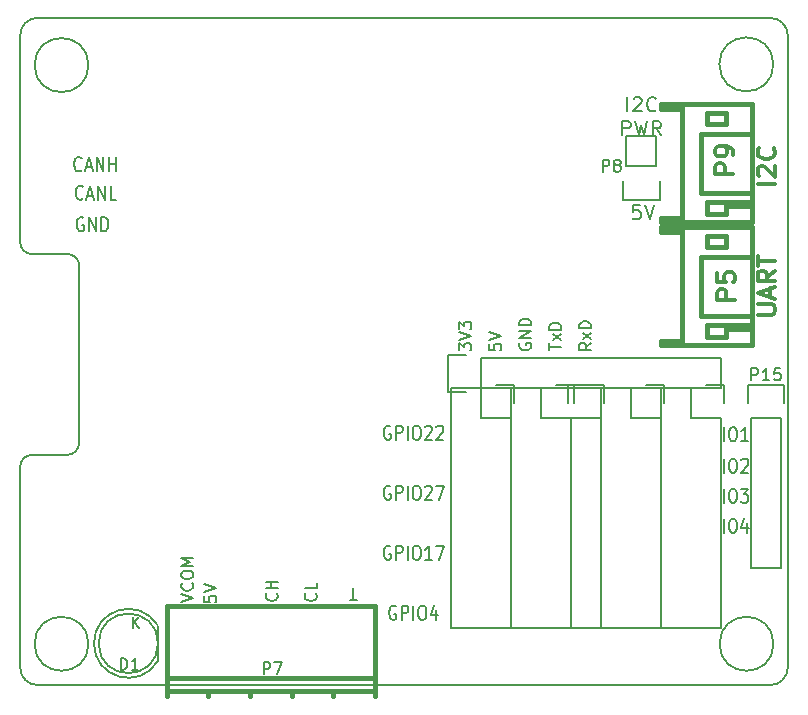
<source format=gto>
%TF.GenerationSoftware,KiCad,Pcbnew,5.1.10-88a1d61d58~88~ubuntu20.04.1*%
%TF.CreationDate,2021-05-27T11:01:54+02:00*%
%TF.ProjectId,RPi-MCP2515,5250692d-4d43-4503-9235-31352e6b6963,rev?*%
%TF.SameCoordinates,Original*%
%TF.FileFunction,Legend,Top*%
%TF.FilePolarity,Positive*%
%FSLAX46Y46*%
G04 Gerber Fmt 4.6, Leading zero omitted, Abs format (unit mm)*
G04 Created by KiCad (PCBNEW 5.1.10-88a1d61d58~88~ubuntu20.04.1) date 2021-05-27 11:01:54*
%MOMM*%
%LPD*%
G01*
G04 APERTURE LIST*
%ADD10C,0.200000*%
%ADD11C,0.300000*%
%TA.AperFunction,Profile*%
%ADD12C,0.150000*%
%TD*%
%ADD13C,0.150000*%
%ADD14C,0.381000*%
%ADD15C,0.304800*%
G04 APERTURE END LIST*
D10*
X180492428Y-87353857D02*
X179921000Y-87353857D01*
X179863857Y-87925285D01*
X179921000Y-87868142D01*
X180035285Y-87811000D01*
X180321000Y-87811000D01*
X180435285Y-87868142D01*
X180492428Y-87925285D01*
X180549571Y-88039571D01*
X180549571Y-88325285D01*
X180492428Y-88439571D01*
X180435285Y-88496714D01*
X180321000Y-88553857D01*
X180035285Y-88553857D01*
X179921000Y-88496714D01*
X179863857Y-88439571D01*
X180892428Y-87353857D02*
X181292428Y-88553857D01*
X181692428Y-87353857D01*
X179422571Y-79425857D02*
X179422571Y-78225857D01*
X179936857Y-78340142D02*
X179994000Y-78283000D01*
X180108285Y-78225857D01*
X180394000Y-78225857D01*
X180508285Y-78283000D01*
X180565428Y-78340142D01*
X180622571Y-78454428D01*
X180622571Y-78568714D01*
X180565428Y-78740142D01*
X179879714Y-79425857D01*
X180622571Y-79425857D01*
X181822571Y-79311571D02*
X181765428Y-79368714D01*
X181594000Y-79425857D01*
X181479714Y-79425857D01*
X181308285Y-79368714D01*
X181194000Y-79254428D01*
X181136857Y-79140142D01*
X181079714Y-78911571D01*
X181079714Y-78740142D01*
X181136857Y-78511571D01*
X181194000Y-78397285D01*
X181308285Y-78283000D01*
X181479714Y-78225857D01*
X181594000Y-78225857D01*
X181765428Y-78283000D01*
X181822571Y-78340142D01*
X178994000Y-81425857D02*
X178994000Y-80225857D01*
X179451142Y-80225857D01*
X179565428Y-80283000D01*
X179622571Y-80340142D01*
X179679714Y-80454428D01*
X179679714Y-80625857D01*
X179622571Y-80740142D01*
X179565428Y-80797285D01*
X179451142Y-80854428D01*
X178994000Y-80854428D01*
X180079714Y-80225857D02*
X180365428Y-81425857D01*
X180594000Y-80568714D01*
X180822571Y-81425857D01*
X181108285Y-80225857D01*
X182251142Y-81425857D02*
X181851142Y-80854428D01*
X181565428Y-81425857D02*
X181565428Y-80225857D01*
X182022571Y-80225857D01*
X182136857Y-80283000D01*
X182194000Y-80340142D01*
X182251142Y-80454428D01*
X182251142Y-80625857D01*
X182194000Y-80740142D01*
X182136857Y-80797285D01*
X182022571Y-80854428D01*
X181565428Y-80854428D01*
X156495714Y-120816619D02*
X155924285Y-120816619D01*
X156210000Y-119816619D02*
X156210000Y-120816619D01*
X153011142Y-120237238D02*
X153058761Y-120284857D01*
X153106380Y-120427714D01*
X153106380Y-120522952D01*
X153058761Y-120665809D01*
X152963523Y-120761047D01*
X152868285Y-120808666D01*
X152677809Y-120856285D01*
X152534952Y-120856285D01*
X152344476Y-120808666D01*
X152249238Y-120761047D01*
X152154000Y-120665809D01*
X152106380Y-120522952D01*
X152106380Y-120427714D01*
X152154000Y-120284857D01*
X152201619Y-120237238D01*
X153106380Y-119332476D02*
X153106380Y-119808666D01*
X152106380Y-119808666D01*
X149709142Y-120229285D02*
X149756761Y-120276904D01*
X149804380Y-120419761D01*
X149804380Y-120515000D01*
X149756761Y-120657857D01*
X149661523Y-120753095D01*
X149566285Y-120800714D01*
X149375809Y-120848333D01*
X149232952Y-120848333D01*
X149042476Y-120800714D01*
X148947238Y-120753095D01*
X148852000Y-120657857D01*
X148804380Y-120515000D01*
X148804380Y-120419761D01*
X148852000Y-120276904D01*
X148899619Y-120229285D01*
X149804380Y-119800714D02*
X148804380Y-119800714D01*
X149280571Y-119800714D02*
X149280571Y-119229285D01*
X149804380Y-119229285D02*
X148804380Y-119229285D01*
X143597380Y-120459476D02*
X143597380Y-120935666D01*
X144073571Y-120983285D01*
X144025952Y-120935666D01*
X143978333Y-120840428D01*
X143978333Y-120602333D01*
X144025952Y-120507095D01*
X144073571Y-120459476D01*
X144168809Y-120411857D01*
X144406904Y-120411857D01*
X144502142Y-120459476D01*
X144549761Y-120507095D01*
X144597380Y-120602333D01*
X144597380Y-120840428D01*
X144549761Y-120935666D01*
X144502142Y-120983285D01*
X143597380Y-120126142D02*
X144597380Y-119792809D01*
X143597380Y-119459476D01*
X141641580Y-120940271D02*
X142641580Y-120606938D01*
X141641580Y-120273604D01*
X142546342Y-119368842D02*
X142593961Y-119416461D01*
X142641580Y-119559319D01*
X142641580Y-119654557D01*
X142593961Y-119797414D01*
X142498723Y-119892652D01*
X142403485Y-119940271D01*
X142213009Y-119987890D01*
X142070152Y-119987890D01*
X141879676Y-119940271D01*
X141784438Y-119892652D01*
X141689200Y-119797414D01*
X141641580Y-119654557D01*
X141641580Y-119559319D01*
X141689200Y-119416461D01*
X141736819Y-119368842D01*
X141641580Y-118749795D02*
X141641580Y-118559319D01*
X141689200Y-118464080D01*
X141784438Y-118368842D01*
X141974914Y-118321223D01*
X142308247Y-118321223D01*
X142498723Y-118368842D01*
X142593961Y-118464080D01*
X142641580Y-118559319D01*
X142641580Y-118749795D01*
X142593961Y-118845033D01*
X142498723Y-118940271D01*
X142308247Y-118987890D01*
X141974914Y-118987890D01*
X141784438Y-118940271D01*
X141689200Y-118845033D01*
X141641580Y-118749795D01*
X142641580Y-117892652D02*
X141641580Y-117892652D01*
X142355866Y-117559319D01*
X141641580Y-117225985D01*
X142641580Y-117225985D01*
X133350095Y-88427000D02*
X133254857Y-88369857D01*
X133112000Y-88369857D01*
X132969142Y-88427000D01*
X132873904Y-88541285D01*
X132826285Y-88655571D01*
X132778666Y-88884142D01*
X132778666Y-89055571D01*
X132826285Y-89284142D01*
X132873904Y-89398428D01*
X132969142Y-89512714D01*
X133112000Y-89569857D01*
X133207238Y-89569857D01*
X133350095Y-89512714D01*
X133397714Y-89455571D01*
X133397714Y-89055571D01*
X133207238Y-89055571D01*
X133826285Y-89569857D02*
X133826285Y-88369857D01*
X134397714Y-89569857D01*
X134397714Y-88369857D01*
X134873904Y-89569857D02*
X134873904Y-88369857D01*
X135112000Y-88369857D01*
X135254857Y-88427000D01*
X135350095Y-88541285D01*
X135397714Y-88655571D01*
X135445333Y-88884142D01*
X135445333Y-89055571D01*
X135397714Y-89284142D01*
X135350095Y-89398428D01*
X135254857Y-89512714D01*
X135112000Y-89569857D01*
X134873904Y-89569857D01*
X133318380Y-86788571D02*
X133270761Y-86845714D01*
X133127904Y-86902857D01*
X133032666Y-86902857D01*
X132889809Y-86845714D01*
X132794571Y-86731428D01*
X132746952Y-86617142D01*
X132699333Y-86388571D01*
X132699333Y-86217142D01*
X132746952Y-85988571D01*
X132794571Y-85874285D01*
X132889809Y-85760000D01*
X133032666Y-85702857D01*
X133127904Y-85702857D01*
X133270761Y-85760000D01*
X133318380Y-85817142D01*
X133699333Y-86560000D02*
X134175523Y-86560000D01*
X133604095Y-86902857D02*
X133937428Y-85702857D01*
X134270761Y-86902857D01*
X134604095Y-86902857D02*
X134604095Y-85702857D01*
X135175523Y-86902857D01*
X135175523Y-85702857D01*
X136127904Y-86902857D02*
X135651714Y-86902857D01*
X135651714Y-85702857D01*
X133199333Y-84375571D02*
X133151714Y-84432714D01*
X133008857Y-84489857D01*
X132913619Y-84489857D01*
X132770761Y-84432714D01*
X132675523Y-84318428D01*
X132627904Y-84204142D01*
X132580285Y-83975571D01*
X132580285Y-83804142D01*
X132627904Y-83575571D01*
X132675523Y-83461285D01*
X132770761Y-83347000D01*
X132913619Y-83289857D01*
X133008857Y-83289857D01*
X133151714Y-83347000D01*
X133199333Y-83404142D01*
X133580285Y-84147000D02*
X134056476Y-84147000D01*
X133485047Y-84489857D02*
X133818380Y-83289857D01*
X134151714Y-84489857D01*
X134485047Y-84489857D02*
X134485047Y-83289857D01*
X135056476Y-84489857D01*
X135056476Y-83289857D01*
X135532666Y-84489857D02*
X135532666Y-83289857D01*
X135532666Y-83861285D02*
X136104095Y-83861285D01*
X136104095Y-84489857D02*
X136104095Y-83289857D01*
X187595000Y-107349857D02*
X187595000Y-106149857D01*
X188261666Y-106149857D02*
X188452142Y-106149857D01*
X188547380Y-106207000D01*
X188642619Y-106321285D01*
X188690238Y-106549857D01*
X188690238Y-106949857D01*
X188642619Y-107178428D01*
X188547380Y-107292714D01*
X188452142Y-107349857D01*
X188261666Y-107349857D01*
X188166428Y-107292714D01*
X188071190Y-107178428D01*
X188023571Y-106949857D01*
X188023571Y-106549857D01*
X188071190Y-106321285D01*
X188166428Y-106207000D01*
X188261666Y-106149857D01*
X189642619Y-107349857D02*
X189071190Y-107349857D01*
X189356904Y-107349857D02*
X189356904Y-106149857D01*
X189261666Y-106321285D01*
X189166428Y-106435571D01*
X189071190Y-106492714D01*
X187595000Y-110016857D02*
X187595000Y-108816857D01*
X188261666Y-108816857D02*
X188452142Y-108816857D01*
X188547380Y-108874000D01*
X188642619Y-108988285D01*
X188690238Y-109216857D01*
X188690238Y-109616857D01*
X188642619Y-109845428D01*
X188547380Y-109959714D01*
X188452142Y-110016857D01*
X188261666Y-110016857D01*
X188166428Y-109959714D01*
X188071190Y-109845428D01*
X188023571Y-109616857D01*
X188023571Y-109216857D01*
X188071190Y-108988285D01*
X188166428Y-108874000D01*
X188261666Y-108816857D01*
X189071190Y-108931142D02*
X189118809Y-108874000D01*
X189214047Y-108816857D01*
X189452142Y-108816857D01*
X189547380Y-108874000D01*
X189595000Y-108931142D01*
X189642619Y-109045428D01*
X189642619Y-109159714D01*
X189595000Y-109331142D01*
X189023571Y-110016857D01*
X189642619Y-110016857D01*
X187595000Y-112556857D02*
X187595000Y-111356857D01*
X188261666Y-111356857D02*
X188452142Y-111356857D01*
X188547380Y-111414000D01*
X188642619Y-111528285D01*
X188690238Y-111756857D01*
X188690238Y-112156857D01*
X188642619Y-112385428D01*
X188547380Y-112499714D01*
X188452142Y-112556857D01*
X188261666Y-112556857D01*
X188166428Y-112499714D01*
X188071190Y-112385428D01*
X188023571Y-112156857D01*
X188023571Y-111756857D01*
X188071190Y-111528285D01*
X188166428Y-111414000D01*
X188261666Y-111356857D01*
X189023571Y-111356857D02*
X189642619Y-111356857D01*
X189309285Y-111814000D01*
X189452142Y-111814000D01*
X189547380Y-111871142D01*
X189595000Y-111928285D01*
X189642619Y-112042571D01*
X189642619Y-112328285D01*
X189595000Y-112442571D01*
X189547380Y-112499714D01*
X189452142Y-112556857D01*
X189166428Y-112556857D01*
X189071190Y-112499714D01*
X189023571Y-112442571D01*
X187595000Y-115096857D02*
X187595000Y-113896857D01*
X188261666Y-113896857D02*
X188452142Y-113896857D01*
X188547380Y-113954000D01*
X188642619Y-114068285D01*
X188690238Y-114296857D01*
X188690238Y-114696857D01*
X188642619Y-114925428D01*
X188547380Y-115039714D01*
X188452142Y-115096857D01*
X188261666Y-115096857D01*
X188166428Y-115039714D01*
X188071190Y-114925428D01*
X188023571Y-114696857D01*
X188023571Y-114296857D01*
X188071190Y-114068285D01*
X188166428Y-113954000D01*
X188261666Y-113896857D01*
X189547380Y-114296857D02*
X189547380Y-115096857D01*
X189309285Y-113839714D02*
X189071190Y-114696857D01*
X189690238Y-114696857D01*
X176347380Y-99020238D02*
X175871190Y-99353571D01*
X176347380Y-99591666D02*
X175347380Y-99591666D01*
X175347380Y-99210714D01*
X175395000Y-99115476D01*
X175442619Y-99067857D01*
X175537857Y-99020238D01*
X175680714Y-99020238D01*
X175775952Y-99067857D01*
X175823571Y-99115476D01*
X175871190Y-99210714D01*
X175871190Y-99591666D01*
X176347380Y-98686904D02*
X175680714Y-98163095D01*
X175680714Y-98686904D02*
X176347380Y-98163095D01*
X176347380Y-97782142D02*
X175347380Y-97782142D01*
X175347380Y-97544047D01*
X175395000Y-97401190D01*
X175490238Y-97305952D01*
X175585476Y-97258333D01*
X175775952Y-97210714D01*
X175918809Y-97210714D01*
X176109285Y-97258333D01*
X176204523Y-97305952D01*
X176299761Y-97401190D01*
X176347380Y-97544047D01*
X176347380Y-97782142D01*
X172807380Y-99615476D02*
X172807380Y-99044047D01*
X173807380Y-99329761D02*
X172807380Y-99329761D01*
X173807380Y-98805952D02*
X173140714Y-98282142D01*
X173140714Y-98805952D02*
X173807380Y-98282142D01*
X173807380Y-97901190D02*
X172807380Y-97901190D01*
X172807380Y-97663095D01*
X172855000Y-97520238D01*
X172950238Y-97425000D01*
X173045476Y-97377380D01*
X173235952Y-97329761D01*
X173378809Y-97329761D01*
X173569285Y-97377380D01*
X173664523Y-97425000D01*
X173759761Y-97520238D01*
X173807380Y-97663095D01*
X173807380Y-97901190D01*
X170315000Y-99059904D02*
X170267380Y-99155142D01*
X170267380Y-99298000D01*
X170315000Y-99440857D01*
X170410238Y-99536095D01*
X170505476Y-99583714D01*
X170695952Y-99631333D01*
X170838809Y-99631333D01*
X171029285Y-99583714D01*
X171124523Y-99536095D01*
X171219761Y-99440857D01*
X171267380Y-99298000D01*
X171267380Y-99202761D01*
X171219761Y-99059904D01*
X171172142Y-99012285D01*
X170838809Y-99012285D01*
X170838809Y-99202761D01*
X171267380Y-98583714D02*
X170267380Y-98583714D01*
X171267380Y-98012285D01*
X170267380Y-98012285D01*
X171267380Y-97536095D02*
X170267380Y-97536095D01*
X170267380Y-97298000D01*
X170315000Y-97155142D01*
X170410238Y-97059904D01*
X170505476Y-97012285D01*
X170695952Y-96964666D01*
X170838809Y-96964666D01*
X171029285Y-97012285D01*
X171124523Y-97059904D01*
X171219761Y-97155142D01*
X171267380Y-97298000D01*
X171267380Y-97536095D01*
X167727380Y-99123476D02*
X167727380Y-99599666D01*
X168203571Y-99647285D01*
X168155952Y-99599666D01*
X168108333Y-99504428D01*
X168108333Y-99266333D01*
X168155952Y-99171095D01*
X168203571Y-99123476D01*
X168298809Y-99075857D01*
X168536904Y-99075857D01*
X168632142Y-99123476D01*
X168679761Y-99171095D01*
X168727380Y-99266333D01*
X168727380Y-99504428D01*
X168679761Y-99599666D01*
X168632142Y-99647285D01*
X167727380Y-98790142D02*
X168727380Y-98456809D01*
X167727380Y-98123476D01*
X165187380Y-99663095D02*
X165187380Y-99044047D01*
X165568333Y-99377380D01*
X165568333Y-99234523D01*
X165615952Y-99139285D01*
X165663571Y-99091666D01*
X165758809Y-99044047D01*
X165996904Y-99044047D01*
X166092142Y-99091666D01*
X166139761Y-99139285D01*
X166187380Y-99234523D01*
X166187380Y-99520238D01*
X166139761Y-99615476D01*
X166092142Y-99663095D01*
X165187380Y-98758333D02*
X166187380Y-98425000D01*
X165187380Y-98091666D01*
X165187380Y-97853571D02*
X165187380Y-97234523D01*
X165568333Y-97567857D01*
X165568333Y-97425000D01*
X165615952Y-97329761D01*
X165663571Y-97282142D01*
X165758809Y-97234523D01*
X165996904Y-97234523D01*
X166092142Y-97282142D01*
X166139761Y-97329761D01*
X166187380Y-97425000D01*
X166187380Y-97710714D01*
X166139761Y-97805952D01*
X166092142Y-97853571D01*
D11*
X190440571Y-96626857D02*
X191654857Y-96626857D01*
X191797714Y-96555428D01*
X191869142Y-96484000D01*
X191940571Y-96341142D01*
X191940571Y-96055428D01*
X191869142Y-95912571D01*
X191797714Y-95841142D01*
X191654857Y-95769714D01*
X190440571Y-95769714D01*
X191512000Y-95126857D02*
X191512000Y-94412571D01*
X191940571Y-95269714D02*
X190440571Y-94769714D01*
X191940571Y-94269714D01*
X191940571Y-92912571D02*
X191226285Y-93412571D01*
X191940571Y-93769714D02*
X190440571Y-93769714D01*
X190440571Y-93198285D01*
X190512000Y-93055428D01*
X190583428Y-92984000D01*
X190726285Y-92912571D01*
X190940571Y-92912571D01*
X191083428Y-92984000D01*
X191154857Y-93055428D01*
X191226285Y-93198285D01*
X191226285Y-93769714D01*
X190440571Y-92484000D02*
X190440571Y-91626857D01*
X191940571Y-92055428D02*
X190440571Y-92055428D01*
X191940571Y-85538285D02*
X190440571Y-85538285D01*
X190583428Y-84895428D02*
X190512000Y-84824000D01*
X190440571Y-84681142D01*
X190440571Y-84324000D01*
X190512000Y-84181142D01*
X190583428Y-84109714D01*
X190726285Y-84038285D01*
X190869142Y-84038285D01*
X191083428Y-84109714D01*
X191940571Y-84966857D01*
X191940571Y-84038285D01*
X191797714Y-82538285D02*
X191869142Y-82609714D01*
X191940571Y-82824000D01*
X191940571Y-82966857D01*
X191869142Y-83181142D01*
X191726285Y-83324000D01*
X191583428Y-83395428D01*
X191297714Y-83466857D01*
X191083428Y-83466857D01*
X190797714Y-83395428D01*
X190654857Y-83324000D01*
X190512000Y-83181142D01*
X190440571Y-82966857D01*
X190440571Y-82824000D01*
X190512000Y-82609714D01*
X190583428Y-82538285D01*
D10*
X159337619Y-116240000D02*
X159242380Y-116182857D01*
X159099523Y-116182857D01*
X158956666Y-116240000D01*
X158861428Y-116354285D01*
X158813809Y-116468571D01*
X158766190Y-116697142D01*
X158766190Y-116868571D01*
X158813809Y-117097142D01*
X158861428Y-117211428D01*
X158956666Y-117325714D01*
X159099523Y-117382857D01*
X159194761Y-117382857D01*
X159337619Y-117325714D01*
X159385238Y-117268571D01*
X159385238Y-116868571D01*
X159194761Y-116868571D01*
X159813809Y-117382857D02*
X159813809Y-116182857D01*
X160194761Y-116182857D01*
X160290000Y-116240000D01*
X160337619Y-116297142D01*
X160385238Y-116411428D01*
X160385238Y-116582857D01*
X160337619Y-116697142D01*
X160290000Y-116754285D01*
X160194761Y-116811428D01*
X159813809Y-116811428D01*
X160813809Y-117382857D02*
X160813809Y-116182857D01*
X161480476Y-116182857D02*
X161670952Y-116182857D01*
X161766190Y-116240000D01*
X161861428Y-116354285D01*
X161909047Y-116582857D01*
X161909047Y-116982857D01*
X161861428Y-117211428D01*
X161766190Y-117325714D01*
X161670952Y-117382857D01*
X161480476Y-117382857D01*
X161385238Y-117325714D01*
X161290000Y-117211428D01*
X161242380Y-116982857D01*
X161242380Y-116582857D01*
X161290000Y-116354285D01*
X161385238Y-116240000D01*
X161480476Y-116182857D01*
X162861428Y-117382857D02*
X162290000Y-117382857D01*
X162575714Y-117382857D02*
X162575714Y-116182857D01*
X162480476Y-116354285D01*
X162385238Y-116468571D01*
X162290000Y-116525714D01*
X163194761Y-116182857D02*
X163861428Y-116182857D01*
X163432857Y-117382857D01*
X159813809Y-121320000D02*
X159718571Y-121262857D01*
X159575714Y-121262857D01*
X159432857Y-121320000D01*
X159337619Y-121434285D01*
X159290000Y-121548571D01*
X159242380Y-121777142D01*
X159242380Y-121948571D01*
X159290000Y-122177142D01*
X159337619Y-122291428D01*
X159432857Y-122405714D01*
X159575714Y-122462857D01*
X159670952Y-122462857D01*
X159813809Y-122405714D01*
X159861428Y-122348571D01*
X159861428Y-121948571D01*
X159670952Y-121948571D01*
X160290000Y-122462857D02*
X160290000Y-121262857D01*
X160670952Y-121262857D01*
X160766190Y-121320000D01*
X160813809Y-121377142D01*
X160861428Y-121491428D01*
X160861428Y-121662857D01*
X160813809Y-121777142D01*
X160766190Y-121834285D01*
X160670952Y-121891428D01*
X160290000Y-121891428D01*
X161290000Y-122462857D02*
X161290000Y-121262857D01*
X161956666Y-121262857D02*
X162147142Y-121262857D01*
X162242380Y-121320000D01*
X162337619Y-121434285D01*
X162385238Y-121662857D01*
X162385238Y-122062857D01*
X162337619Y-122291428D01*
X162242380Y-122405714D01*
X162147142Y-122462857D01*
X161956666Y-122462857D01*
X161861428Y-122405714D01*
X161766190Y-122291428D01*
X161718571Y-122062857D01*
X161718571Y-121662857D01*
X161766190Y-121434285D01*
X161861428Y-121320000D01*
X161956666Y-121262857D01*
X163242380Y-121662857D02*
X163242380Y-122462857D01*
X163004285Y-121205714D02*
X162766190Y-122062857D01*
X163385238Y-122062857D01*
X159337619Y-111160000D02*
X159242380Y-111102857D01*
X159099523Y-111102857D01*
X158956666Y-111160000D01*
X158861428Y-111274285D01*
X158813809Y-111388571D01*
X158766190Y-111617142D01*
X158766190Y-111788571D01*
X158813809Y-112017142D01*
X158861428Y-112131428D01*
X158956666Y-112245714D01*
X159099523Y-112302857D01*
X159194761Y-112302857D01*
X159337619Y-112245714D01*
X159385238Y-112188571D01*
X159385238Y-111788571D01*
X159194761Y-111788571D01*
X159813809Y-112302857D02*
X159813809Y-111102857D01*
X160194761Y-111102857D01*
X160290000Y-111160000D01*
X160337619Y-111217142D01*
X160385238Y-111331428D01*
X160385238Y-111502857D01*
X160337619Y-111617142D01*
X160290000Y-111674285D01*
X160194761Y-111731428D01*
X159813809Y-111731428D01*
X160813809Y-112302857D02*
X160813809Y-111102857D01*
X161480476Y-111102857D02*
X161670952Y-111102857D01*
X161766190Y-111160000D01*
X161861428Y-111274285D01*
X161909047Y-111502857D01*
X161909047Y-111902857D01*
X161861428Y-112131428D01*
X161766190Y-112245714D01*
X161670952Y-112302857D01*
X161480476Y-112302857D01*
X161385238Y-112245714D01*
X161290000Y-112131428D01*
X161242380Y-111902857D01*
X161242380Y-111502857D01*
X161290000Y-111274285D01*
X161385238Y-111160000D01*
X161480476Y-111102857D01*
X162290000Y-111217142D02*
X162337619Y-111160000D01*
X162432857Y-111102857D01*
X162670952Y-111102857D01*
X162766190Y-111160000D01*
X162813809Y-111217142D01*
X162861428Y-111331428D01*
X162861428Y-111445714D01*
X162813809Y-111617142D01*
X162242380Y-112302857D01*
X162861428Y-112302857D01*
X163194761Y-111102857D02*
X163861428Y-111102857D01*
X163432857Y-112302857D01*
X159337619Y-106080000D02*
X159242380Y-106022857D01*
X159099523Y-106022857D01*
X158956666Y-106080000D01*
X158861428Y-106194285D01*
X158813809Y-106308571D01*
X158766190Y-106537142D01*
X158766190Y-106708571D01*
X158813809Y-106937142D01*
X158861428Y-107051428D01*
X158956666Y-107165714D01*
X159099523Y-107222857D01*
X159194761Y-107222857D01*
X159337619Y-107165714D01*
X159385238Y-107108571D01*
X159385238Y-106708571D01*
X159194761Y-106708571D01*
X159813809Y-107222857D02*
X159813809Y-106022857D01*
X160194761Y-106022857D01*
X160290000Y-106080000D01*
X160337619Y-106137142D01*
X160385238Y-106251428D01*
X160385238Y-106422857D01*
X160337619Y-106537142D01*
X160290000Y-106594285D01*
X160194761Y-106651428D01*
X159813809Y-106651428D01*
X160813809Y-107222857D02*
X160813809Y-106022857D01*
X161480476Y-106022857D02*
X161670952Y-106022857D01*
X161766190Y-106080000D01*
X161861428Y-106194285D01*
X161909047Y-106422857D01*
X161909047Y-106822857D01*
X161861428Y-107051428D01*
X161766190Y-107165714D01*
X161670952Y-107222857D01*
X161480476Y-107222857D01*
X161385238Y-107165714D01*
X161290000Y-107051428D01*
X161242380Y-106822857D01*
X161242380Y-106422857D01*
X161290000Y-106194285D01*
X161385238Y-106080000D01*
X161480476Y-106022857D01*
X162290000Y-106137142D02*
X162337619Y-106080000D01*
X162432857Y-106022857D01*
X162670952Y-106022857D01*
X162766190Y-106080000D01*
X162813809Y-106137142D01*
X162861428Y-106251428D01*
X162861428Y-106365714D01*
X162813809Y-106537142D01*
X162242380Y-107222857D01*
X162861428Y-107222857D01*
X163242380Y-106137142D02*
X163290000Y-106080000D01*
X163385238Y-106022857D01*
X163623333Y-106022857D01*
X163718571Y-106080000D01*
X163766190Y-106137142D01*
X163813809Y-106251428D01*
X163813809Y-106365714D01*
X163766190Y-106537142D01*
X163194761Y-107222857D01*
X163813809Y-107222857D01*
D12*
X129500000Y-71500000D02*
X191500000Y-71500000D01*
X128000000Y-90500000D02*
X128000000Y-73000000D01*
X128000000Y-90500000D02*
G75*
G03*
X129000000Y-91500000I1000000J0D01*
G01*
X129000000Y-91500000D02*
X132000000Y-91500000D01*
X133000000Y-92500000D02*
G75*
G03*
X132000000Y-91500000I-1000000J0D01*
G01*
X133000000Y-107500000D02*
X133000000Y-92500000D01*
X128000000Y-126500000D02*
X128000000Y-109500000D01*
X129000000Y-108500000D02*
X132000000Y-108500000D01*
X132000000Y-108500000D02*
G75*
G03*
X133000000Y-107500000I0J1000000D01*
G01*
X129000000Y-108500000D02*
G75*
G03*
X128000000Y-109500000I0J-1000000D01*
G01*
X191500000Y-128000000D02*
X129500000Y-128000000D01*
X193000000Y-73000000D02*
X193000000Y-126500000D01*
X129500000Y-71500000D02*
G75*
G03*
X128000000Y-73000000I0J-1500000D01*
G01*
X128000000Y-126500000D02*
G75*
G03*
X129500000Y-128000000I1500000J0D01*
G01*
X191500000Y-128000000D02*
G75*
G03*
X193000000Y-126500000I0J1500000D01*
G01*
X193000000Y-73000000D02*
G75*
G03*
X191500000Y-71500000I-1500000J0D01*
G01*
D13*
%TO.C,REF\u002A\u002A*%
X191770000Y-75438000D02*
G75*
G03*
X191770000Y-75438000I-2286000J0D01*
G01*
D14*
%TO.C,P5*%
X187741560Y-97533460D02*
X189941200Y-97533460D01*
X189941200Y-97533460D02*
X189941200Y-97833180D01*
X189941200Y-97833180D02*
X187741560Y-97833180D01*
X185640980Y-91734640D02*
X185640980Y-96733360D01*
X189941200Y-99235260D02*
X189941200Y-89232740D01*
X184040780Y-99235260D02*
X184040780Y-89232740D01*
X185640980Y-91734640D02*
X189941200Y-91734640D01*
X185640980Y-96735900D02*
X189941200Y-96735900D01*
X187741560Y-90937080D02*
X186141360Y-90937080D01*
X187741560Y-89936320D02*
X187741560Y-90937080D01*
X186141360Y-89936320D02*
X187741560Y-89936320D01*
X186141360Y-90937080D02*
X186141360Y-89936320D01*
X186141360Y-98536760D02*
X186141360Y-97536000D01*
X186141360Y-97536000D02*
X187741560Y-97536000D01*
X187741560Y-97536000D02*
X187741560Y-98536760D01*
X187741560Y-98536760D02*
X186141360Y-98536760D01*
X182242460Y-89435940D02*
X184040780Y-89435940D01*
X182242460Y-99032060D02*
X184040780Y-99032060D01*
X189941200Y-89235280D02*
X182242460Y-89235280D01*
X182242460Y-89235280D02*
X182242460Y-89634060D01*
X182242460Y-89634060D02*
X184040780Y-89634060D01*
X184040780Y-98833940D02*
X182242460Y-98833940D01*
X182242460Y-98833940D02*
X182242460Y-99232720D01*
X182242460Y-99232720D02*
X189941200Y-99232720D01*
D13*
%TO.C,REF\u002A\u002A*%
X133786000Y-124500000D02*
G75*
G03*
X133786000Y-124500000I-2286000J0D01*
G01*
X133786000Y-75500000D02*
G75*
G03*
X133786000Y-75500000I-2286000J0D01*
G01*
X191786000Y-124500000D02*
G75*
G03*
X191786000Y-124500000I-2286000J0D01*
G01*
%TO.C,D1*%
X139660000Y-122960000D02*
X139660000Y-125960000D01*
X139677936Y-124460000D02*
G75*
G03*
X139677936Y-124460000I-2517936J0D01*
G01*
X139644888Y-122935096D02*
G75*
G03*
X139660000Y-125960000I-2484888J-1524904D01*
G01*
%TO.C,P12*%
X174625000Y-105410000D02*
X174625000Y-123190000D01*
X174625000Y-123190000D02*
X177165000Y-123190000D01*
X177165000Y-123190000D02*
X177165000Y-105410000D01*
X174345000Y-102590000D02*
X174345000Y-104140000D01*
X174625000Y-105410000D02*
X177165000Y-105410000D01*
X177445000Y-104140000D02*
X177445000Y-102590000D01*
X177445000Y-102590000D02*
X174345000Y-102590000D01*
%TO.C,P13*%
X177165000Y-123190000D02*
X177165000Y-102870000D01*
X182245000Y-105410000D02*
X182245000Y-123190000D01*
X177165000Y-123190000D02*
X182245000Y-123190000D01*
X177165000Y-102870000D02*
X179705000Y-102870000D01*
X182525000Y-104140000D02*
X182525000Y-102590000D01*
X179705000Y-102870000D02*
X179705000Y-105410000D01*
X179705000Y-105410000D02*
X182245000Y-105410000D01*
X182525000Y-102590000D02*
X180975000Y-102590000D01*
%TO.C,P14*%
X182245000Y-123190000D02*
X182245000Y-102870000D01*
X187325000Y-105410000D02*
X187325000Y-123190000D01*
X182245000Y-123190000D02*
X187325000Y-123190000D01*
X182245000Y-102870000D02*
X184785000Y-102870000D01*
X187605000Y-104140000D02*
X187605000Y-102590000D01*
X184785000Y-102870000D02*
X184785000Y-105410000D01*
X184785000Y-105410000D02*
X187325000Y-105410000D01*
X187605000Y-102590000D02*
X186055000Y-102590000D01*
%TO.C,P10*%
X164465000Y-123190000D02*
X164465000Y-102870000D01*
X169545000Y-105410000D02*
X169545000Y-123190000D01*
X164465000Y-123190000D02*
X169545000Y-123190000D01*
X164465000Y-102870000D02*
X167005000Y-102870000D01*
X169825000Y-104140000D02*
X169825000Y-102590000D01*
X167005000Y-102870000D02*
X167005000Y-105410000D01*
X167005000Y-105410000D02*
X169545000Y-105410000D01*
X169825000Y-102590000D02*
X168275000Y-102590000D01*
%TO.C,P11*%
X169545000Y-123190000D02*
X169545000Y-102870000D01*
X174625000Y-105410000D02*
X174625000Y-123190000D01*
X169545000Y-123190000D02*
X174625000Y-123190000D01*
X169545000Y-102870000D02*
X172085000Y-102870000D01*
X174905000Y-104140000D02*
X174905000Y-102590000D01*
X172085000Y-102870000D02*
X172085000Y-105410000D01*
X172085000Y-105410000D02*
X174625000Y-105410000D01*
X174905000Y-102590000D02*
X173355000Y-102590000D01*
D14*
%TO.C,P9*%
X187741560Y-87119460D02*
X189941200Y-87119460D01*
X189941200Y-87119460D02*
X189941200Y-87419180D01*
X189941200Y-87419180D02*
X187741560Y-87419180D01*
X185640980Y-81320640D02*
X185640980Y-86319360D01*
X189941200Y-88821260D02*
X189941200Y-78818740D01*
X184040780Y-88821260D02*
X184040780Y-78818740D01*
X185640980Y-81320640D02*
X189941200Y-81320640D01*
X185640980Y-86321900D02*
X189941200Y-86321900D01*
X187741560Y-80523080D02*
X186141360Y-80523080D01*
X187741560Y-79522320D02*
X187741560Y-80523080D01*
X186141360Y-79522320D02*
X187741560Y-79522320D01*
X186141360Y-80523080D02*
X186141360Y-79522320D01*
X186141360Y-88122760D02*
X186141360Y-87122000D01*
X186141360Y-87122000D02*
X187741560Y-87122000D01*
X187741560Y-87122000D02*
X187741560Y-88122760D01*
X187741560Y-88122760D02*
X186141360Y-88122760D01*
X182242460Y-79021940D02*
X184040780Y-79021940D01*
X182242460Y-88618060D02*
X184040780Y-88618060D01*
X189941200Y-78821280D02*
X182242460Y-78821280D01*
X182242460Y-78821280D02*
X182242460Y-79220060D01*
X182242460Y-79220060D02*
X184040780Y-79220060D01*
X184040780Y-88419940D02*
X182242460Y-88419940D01*
X182242460Y-88419940D02*
X182242460Y-88818720D01*
X182242460Y-88818720D02*
X189941200Y-88818720D01*
D13*
%TO.C,P4*%
X167005000Y-100330000D02*
X187325000Y-100330000D01*
X187325000Y-100330000D02*
X187325000Y-102870000D01*
X187325000Y-102870000D02*
X167005000Y-102870000D01*
X164185000Y-100050000D02*
X165735000Y-100050000D01*
X167005000Y-100330000D02*
X167005000Y-102870000D01*
X165735000Y-103150000D02*
X164185000Y-103150000D01*
X164185000Y-103150000D02*
X164185000Y-100050000D01*
%TO.C,P8*%
X179324000Y-84074000D02*
X179324000Y-81534000D01*
X179044000Y-86894000D02*
X179044000Y-85344000D01*
X179324000Y-84074000D02*
X181864000Y-84074000D01*
X182144000Y-85344000D02*
X182144000Y-86894000D01*
X182144000Y-86894000D02*
X179044000Y-86894000D01*
X181864000Y-84074000D02*
X181864000Y-81534000D01*
X181864000Y-81534000D02*
X179324000Y-81534000D01*
D14*
%TO.C,P7*%
X154525000Y-128495000D02*
X154525000Y-128895000D01*
X151025000Y-128495000D02*
X151025000Y-128895000D01*
X143925000Y-128495000D02*
X143925000Y-128895000D01*
X147425000Y-128495000D02*
X147425000Y-128895000D01*
X140425000Y-127395000D02*
X158025000Y-127395000D01*
X140425000Y-128495000D02*
X158025000Y-128495000D01*
X140425000Y-121295000D02*
X140425000Y-128895000D01*
X158025000Y-128895000D02*
X158025000Y-121295000D01*
X158025000Y-121295000D02*
X140425000Y-121295000D01*
D13*
%TO.C,P15*%
X189865000Y-105410000D02*
X189865000Y-118110000D01*
X189865000Y-118110000D02*
X192405000Y-118110000D01*
X192405000Y-118110000D02*
X192405000Y-105410000D01*
X189585000Y-102590000D02*
X189585000Y-104140000D01*
X189865000Y-105410000D02*
X192405000Y-105410000D01*
X192685000Y-104140000D02*
X192685000Y-102590000D01*
X192685000Y-102590000D02*
X189585000Y-102590000D01*
%TD*%
%TO.C,P5*%
D15*
X188522428Y-95358857D02*
X186998428Y-95358857D01*
X186998428Y-94778285D01*
X187071000Y-94633142D01*
X187143571Y-94560571D01*
X187288714Y-94488000D01*
X187506428Y-94488000D01*
X187651571Y-94560571D01*
X187724142Y-94633142D01*
X187796714Y-94778285D01*
X187796714Y-95358857D01*
X186998428Y-93109142D02*
X186998428Y-93834857D01*
X187724142Y-93907428D01*
X187651571Y-93834857D01*
X187579000Y-93689714D01*
X187579000Y-93326857D01*
X187651571Y-93181714D01*
X187724142Y-93109142D01*
X187869285Y-93036571D01*
X188232142Y-93036571D01*
X188377285Y-93109142D01*
X188449857Y-93181714D01*
X188522428Y-93326857D01*
X188522428Y-93689714D01*
X188449857Y-93834857D01*
X188377285Y-93907428D01*
%TO.C,D1*%
D13*
X136498104Y-126703080D02*
X136498104Y-125703080D01*
X136736200Y-125703080D01*
X136879057Y-125750700D01*
X136974295Y-125845938D01*
X137021914Y-125941176D01*
X137069533Y-126131652D01*
X137069533Y-126274509D01*
X137021914Y-126464985D01*
X136974295Y-126560223D01*
X136879057Y-126655461D01*
X136736200Y-126703080D01*
X136498104Y-126703080D01*
X138021914Y-126703080D02*
X137450485Y-126703080D01*
X137736200Y-126703080D02*
X137736200Y-125703080D01*
X137640961Y-125845938D01*
X137545723Y-125941176D01*
X137450485Y-125988795D01*
X137533095Y-123197880D02*
X137533095Y-122197880D01*
X138104523Y-123197880D02*
X137675952Y-122626452D01*
X138104523Y-122197880D02*
X137533095Y-122769309D01*
%TO.C,P9*%
D15*
X188395428Y-84690857D02*
X186871428Y-84690857D01*
X186871428Y-84110285D01*
X186944000Y-83965142D01*
X187016571Y-83892571D01*
X187161714Y-83820000D01*
X187379428Y-83820000D01*
X187524571Y-83892571D01*
X187597142Y-83965142D01*
X187669714Y-84110285D01*
X187669714Y-84690857D01*
X188395428Y-83094285D02*
X188395428Y-82804000D01*
X188322857Y-82658857D01*
X188250285Y-82586285D01*
X188032571Y-82441142D01*
X187742285Y-82368571D01*
X187161714Y-82368571D01*
X187016571Y-82441142D01*
X186944000Y-82513714D01*
X186871428Y-82658857D01*
X186871428Y-82949142D01*
X186944000Y-83094285D01*
X187016571Y-83166857D01*
X187161714Y-83239428D01*
X187524571Y-83239428D01*
X187669714Y-83166857D01*
X187742285Y-83094285D01*
X187814857Y-82949142D01*
X187814857Y-82658857D01*
X187742285Y-82513714D01*
X187669714Y-82441142D01*
X187524571Y-82368571D01*
%TO.C,P8*%
D13*
X177315904Y-84526380D02*
X177315904Y-83526380D01*
X177696857Y-83526380D01*
X177792095Y-83574000D01*
X177839714Y-83621619D01*
X177887333Y-83716857D01*
X177887333Y-83859714D01*
X177839714Y-83954952D01*
X177792095Y-84002571D01*
X177696857Y-84050190D01*
X177315904Y-84050190D01*
X178458761Y-83954952D02*
X178363523Y-83907333D01*
X178315904Y-83859714D01*
X178268285Y-83764476D01*
X178268285Y-83716857D01*
X178315904Y-83621619D01*
X178363523Y-83574000D01*
X178458761Y-83526380D01*
X178649238Y-83526380D01*
X178744476Y-83574000D01*
X178792095Y-83621619D01*
X178839714Y-83716857D01*
X178839714Y-83764476D01*
X178792095Y-83859714D01*
X178744476Y-83907333D01*
X178649238Y-83954952D01*
X178458761Y-83954952D01*
X178363523Y-84002571D01*
X178315904Y-84050190D01*
X178268285Y-84145428D01*
X178268285Y-84335904D01*
X178315904Y-84431142D01*
X178363523Y-84478761D01*
X178458761Y-84526380D01*
X178649238Y-84526380D01*
X178744476Y-84478761D01*
X178792095Y-84431142D01*
X178839714Y-84335904D01*
X178839714Y-84145428D01*
X178792095Y-84050190D01*
X178744476Y-84002571D01*
X178649238Y-83954952D01*
%TO.C,P7*%
D10*
X148613904Y-127071380D02*
X148613904Y-126071380D01*
X148994857Y-126071380D01*
X149090095Y-126119000D01*
X149137714Y-126166619D01*
X149185333Y-126261857D01*
X149185333Y-126404714D01*
X149137714Y-126499952D01*
X149090095Y-126547571D01*
X148994857Y-126595190D01*
X148613904Y-126595190D01*
X149518666Y-126071380D02*
X150185333Y-126071380D01*
X149756761Y-127071380D01*
%TO.C,P15*%
D13*
X189920714Y-102179380D02*
X189920714Y-101179380D01*
X190301666Y-101179380D01*
X190396904Y-101227000D01*
X190444523Y-101274619D01*
X190492142Y-101369857D01*
X190492142Y-101512714D01*
X190444523Y-101607952D01*
X190396904Y-101655571D01*
X190301666Y-101703190D01*
X189920714Y-101703190D01*
X191444523Y-102179380D02*
X190873095Y-102179380D01*
X191158809Y-102179380D02*
X191158809Y-101179380D01*
X191063571Y-101322238D01*
X190968333Y-101417476D01*
X190873095Y-101465095D01*
X192349285Y-101179380D02*
X191873095Y-101179380D01*
X191825476Y-101655571D01*
X191873095Y-101607952D01*
X191968333Y-101560333D01*
X192206428Y-101560333D01*
X192301666Y-101607952D01*
X192349285Y-101655571D01*
X192396904Y-101750809D01*
X192396904Y-101988904D01*
X192349285Y-102084142D01*
X192301666Y-102131761D01*
X192206428Y-102179380D01*
X191968333Y-102179380D01*
X191873095Y-102131761D01*
X191825476Y-102084142D01*
%TD*%
M02*

</source>
